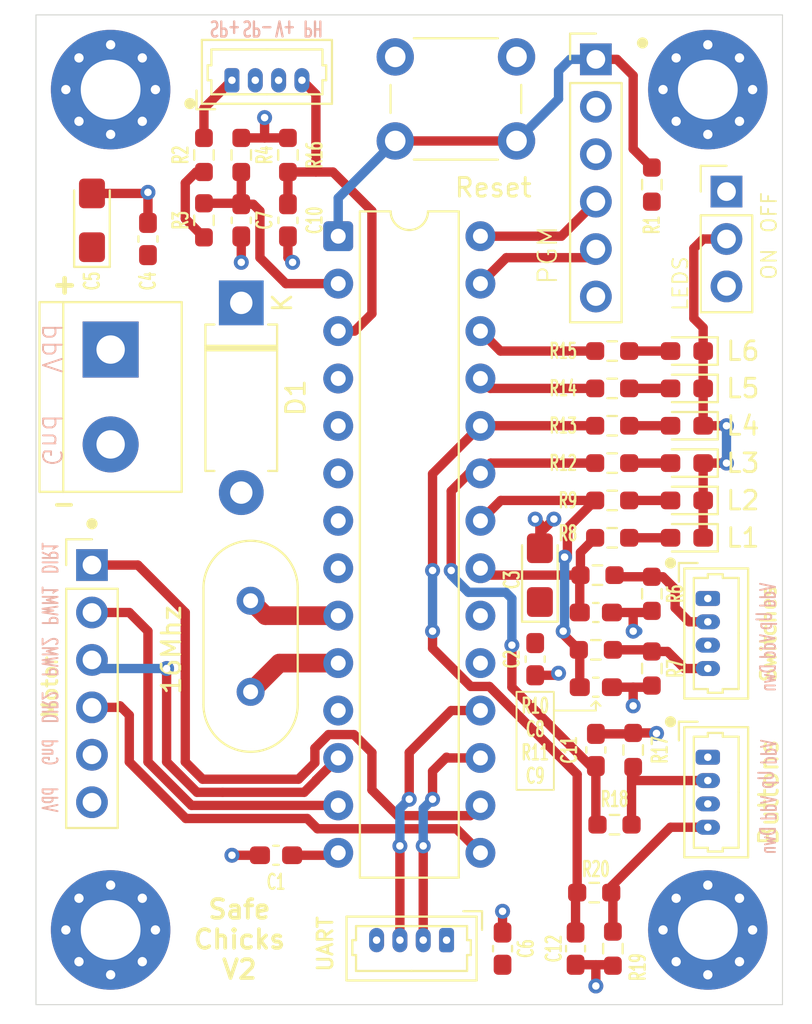
<source format=kicad_pcb>
(kicad_pcb (version 20241229) (generator "pcbnew") (generator_version "9.0")
  (layers (0 "F.Cu" signal) (2 "B.Cu" signal) (13 "F.Paste" user) (15 "B.Paste" user) (5 "F.SilkS" user "F.Silkscreen") (7 "B.SilkS" user "B.Silkscreen") (1 "F.Mask" user) (3 "B.Mask" user) (25 "Edge.Cuts" user))
  (net 0 "")
  (net 1 "GND")
  (net 2 "Net-(U1-VUSB)")
  (net 3 "VDD")
  (net 4 "/SP-ADC")
  (net 5 "/U-SW")
  (net 6 "/B-SW")
  (net 7 "/PH-ADC")
  (net 8 "/MU-BTN")
  (net 9 "/MD-BTN")
  (net 10 "Net-(D2-A)")
  (net 11 "Net-(D2-K)")
  (net 12 "Net-(D3-A)")
  (net 13 "Net-(D4-A)")
  (net 14 "Net-(D5-A)")
  (net 15 "Net-(D6-A)")
  (net 16 "Net-(D7-A)")
  (net 17 "/RESET")
  (net 18 "/PGD")
  (net 19 "/PGC")
  (net 21 "/SER_RX")
  (net 22 "/SER_TX")
  (net 23 "/BTN-DOWN")
  (net 24 "/BTN-UP")
  (net 25 "/PWM2")
  (net 26 "/DIR1")
  (net 27 "/PWM1")
  (net 28 "/DIR2")
  (net 29 "/SP+")
  (net 30 "/SP-")
  (net 31 "/SW-Bottom")
  (net 32 "/SW-Upper")
  (net 34 "Net-(R2-Pad2)")
  (net 35 "/RB4")
  (net 36 "/RB5")
  (net 37 "Net-(U1-OSC1{slash}CLKI)")
  (net 43 "Net-(U1-RA6{slash}OSC2{slash}CLKO)")
  (footprint "LED_SMD:LED_0603_1608Metric_Pad1.05x0.95mm_HandSolder" (layer "F.Cu") (at 62.875 34 180)
    (property "Reference" "L6")
    (property "Value" "LED_Small")
  )
  (footprint "Capacitor_SMD:C_0603_1608Metric_Pad1.08x0.95mm_HandSolder" (layer "F.Cu") (at 58 55.3625 90)
    (property "Reference" "C11")
    (property "Value" "1u")
  )
  (footprint "Button_Switch_THT:SW_PUSH_6mm_H4.3mm" (layer "F.Cu") (at 53.75 22.75 180)
    (property "Reference" "Reset")
    (property "Value" "Reset")
  )
  (footprint "Resistor_SMD:R_0603_1608Metric_Pad0.98x0.95mm_HandSolder" (layer "F.Cu") (at 61 25.0875 -90)
    (property "Reference" "R1")
    (property "Value" "10k")
  )
  (footprint "Capacitor_SMD:C_0603_1608Metric_Pad1.08x0.95mm_HandSolder" (layer "F.Cu") (at 53 66 90)
    (property "Reference" "C6")
    (property "Value" "10n")
  )
  (footprint "Capacitor_SMD:C_0603_1608Metric_Pad1.08x0.95mm_HandSolder" (layer "F.Cu") (at 58 52)
    (property "Reference" "C9")
    (property "Value" "1u")
  )
  (footprint "Capacitor_Tantalum_SMD:CP_EIA-3216-10_Kemet-I_HandSolder" (layer "F.Cu") (at 55 46 90)
    (property "Reference" "C3")
    (property "Value" "1u")
  )
  (footprint "Resistor_SMD:R_0603_1608Metric_Pad0.98x0.95mm_HandSolder" (layer "F.Cu") (at 57.9125 63)
    (property "Reference" "R20")
    (property "Value" "10k")
  )
  (footprint "Capacitor_SMD:C_0603_1608Metric_Pad1.08x0.95mm_HandSolder" (layer "F.Cu") (at 39 27 -90)
    (property "Reference" "C7")
    (property "Value" "10n")
  )
  (footprint "Resistor_SMD:R_0603_1608Metric_Pad0.98x0.95mm_HandSolder" (layer "F.Cu") (at 58.875 38 180)
    (property "Reference" "R13")
    (property "Value" "1k")
  )
  (footprint "Capacitor_SMD:C_0603_1608Metric_Pad1.08x0.95mm_HandSolder" (layer "F.Cu") (at 34 28 90)
    (property "Reference" "C4")
    (property "Value" "100n")
  )
  (footprint "Capacitor_SMD:C_0603_1608Metric_Pad1.08x0.95mm_HandSolder" (layer "F.Cu") (at 58 48)
    (property "Reference" "C8")
    (property "Value" "1u")
  )
  (footprint "MountingHole:MountingHole_3.2mm_M3_Pad_Via" (layer "F.Cu") (at 64 65)
    (property "Reference" "H4" (hide yes))
    (property "Value" "MountingHole")
  )
  (footprint "Resistor_SMD:R_0603_1608Metric_Pad0.98x0.95mm_HandSolder" (layer "F.Cu") (at 58.0875 46)
    (property "Reference" "R10")
    (property "Value" "10k")
  )
  (footprint "Resistor_SMD:R_0603_1608Metric_Pad0.98x0.95mm_HandSolder" (layer "F.Cu") (at 58.9125 66 90)
    (property "Reference" "R19")
    (property "Value" "100k")
  )
  (footprint "Resistor_SMD:R_0603_1608Metric_Pad0.98x0.95mm_HandSolder" (layer "F.Cu") (at 61 47 90)
    (property "Reference" "R6")
    (property "Value" "100k")
  )
  (footprint "Resistor_SMD:R_0603_1608Metric_Pad0.98x0.95mm_HandSolder" (layer "F.Cu") (at 39 23.5 90)
    (property "Reference" "R4")
    (property "Value" "332k")
  )
  (footprint "Capacitor_SMD:C_0603_1608Metric_Pad1.08x0.95mm_HandSolder" (layer "F.Cu") (at 41.5 27 -90)
    (property "Reference" "C10")
    (property "Value" "100n")
  )
  (footprint "Capacitor_Tantalum_SMD:CP_EIA-3216-10_Kemet-I_HandSolder" (layer "F.Cu") (at 31 27 90)
    (property "Reference" "C5")
    (property "Value" "10u")
  )
  (footprint "Connector_PinHeader_2.54mm:PinHeader_1x03_P2.54mm_Vertical" (layer "F.Cu") (at 65 25.46)
    (property "Reference" "J9" (hide yes))
    (property "Value" "LED-Enable")
  )
  (footprint "Connector_PinHeader_2.54mm:PinHeader_1x06_P2.54mm_Vertical" (layer "F.Cu") (at 31 45.46)
    (property "Reference" "Motor")
    (property "Value" "MTR")
  )
  (footprint "Resistor_SMD:R_0603_1608Metric_Pad0.98x0.95mm_HandSolder" (layer "F.Cu") (at 61 51 90)
    (property "Reference" "R7")
    (property "Value" "100k")
  )
  (footprint "Capacitor_SMD:C_0603_1608Metric_Pad1.08x0.95mm_HandSolder" (layer "F.Cu") (at 56.9125 66 -90)
    (property "Reference" "C12")
    (property "Value" "1u")
  )
  (footprint "Connector_Molex:Molex_PicoBlade_53047-0410_1x04_P1.25mm_Vertical" (layer "F.Cu") (at 64 47.25 -90)
    (property "Reference" "Switches")
    (property "Value" "Switches")
  )
  (footprint "Resistor_SMD:R_0603_1608Metric_Pad0.98x0.95mm_HandSolder" (layer "F.Cu") (at 41.5 23.5 -90)
    (property "Reference" "R16")
    (property "Value" "47k")
  )
  (footprint "Resistor_SMD:R_0603_1608Metric_Pad0.98x0.95mm_HandSolder" (layer "F.Cu") (at 59 59.3625)
    (property "Reference" "R18")
    (property "Value" "10k")
  )
  (footprint "Diode_THT:D_DO-15_P10.16mm_Horizontal" (layer "F.Cu") (at 39 31.42 -90)
    (property "Reference" "D1")
    (property "Value" "1007")
  )
  (footprint "MountingHole:MountingHole_3.2mm_M3_Pad_Via" (layer "F.Cu") (at 32 65)
    (property "Reference" "H2" (hide yes))
    (property "Value" "MountingHole")
  )
  (footprint "Resistor_SMD:R_0603_1608Metric_Pad0.98x0.95mm_HandSolder" (layer "F.Cu") (at 58.875 44 180)
    (property "Reference" "R8")
    (property "Value" "1k")
  )
  (footprint "LED_SMD:LED_0603_1608Metric_Pad1.05x0.95mm_HandSolder" (layer "F.Cu") (at 62.875 40 180)
    (property "Reference" "L3")
    (property "Value" "LED_Small")
  )
  (footprint "LED_SMD:LED_0603_1608Metric_Pad1.05x0.95mm_HandSolder" (layer "F.Cu") (at 62.875 38 180)
    (property "Reference" "L4")
    (property "Value" "LED_Small")
  )
  (footprint "Resistor_SMD:R_0603_1608Metric_Pad0.98x0.95mm_HandSolder" (layer "F.Cu") (at 58 50)
    (property "Reference" "R11")
    (property "Value" "10k")
  )
  (footprint "Connector_Molex:Molex_PicoBlade_53047-0410_1x04_P1.25mm_Vertical" (layer "F.Cu") (at 50 65.545 180)
    (property "Reference" "UART")
    (property "Value" "Serial")
  )
  (footprint "Resistor_SMD:R_0603_1608Metric_Pad0.98x0.95mm_HandSolder" (layer "F.Cu") (at 58.875 42 180)
    (property "Reference" "R9")
    (property "Value" "1k")
  )
  (footprint "LED_SMD:LED_0603_1608Metric_Pad1.05x0.95mm_HandSolder" (layer "F.Cu") (at 62.875 44 180)
    (property "Reference" "L1")
    (property "Value" "LED_Small")
  )
  (footprint "Resistor_SMD:R_0603_1608Metric_Pad0.98x0.95mm_HandSolder" (layer "F.Cu") (at 37 23.5 -90)
    (property "Reference" "R2")
    (property "Value" "613k")
  )
  (footprint "LED_SMD:LED_0603_1608Metric_Pad1.05x0.95mm_HandSolder" (layer "F.Cu") (at 62.875 42 180)
    (property "Reference" "L2")
    (property "Value" "LED_Small")
  )
  (footprint "Capacitor_SMD:C_0603_1608Metric_Pad1.08x0.95mm_HandSolder" (layer "F.Cu") (at 54.75 50.5 -90)
    (property "Reference" "C2")
    (property "Value" "100n")
  )
  (footprint "Resistor_SMD:R_0603_1608Metric_Pad0.98x0.95mm_HandSolder" (layer "F.Cu") (at 58.875 40 180)
    (property "Reference" "R12")
    (property "Value" "1k")
  )
  (footprint "Resistor_SMD:R_0603_1608Metric_Pad0.98x0.95mm_HandSolder" (layer "F.Cu") (at 58.875 34 180)
    (property "Reference" "R15")
    (property "Value" "1k")
  )
  (footprint "Resistor_SMD:R_0603_1608Metric_Pad0.98x0.95mm_HandSolder" (layer "F.Cu") (at 60 55.3625 -90)
    (property "Reference" "R17")
    (property "Value" "100k")
  )
  (footprint "Capacitor_SMD:C_0603_1608Metric_Pad1.08x0.95mm_HandSolder" (layer "F.Cu") (at 40.8625 61 180)
    (property "Reference" "C1")
    (property "Value" "100n")
  )
  (footprint "TerminalBlock:TerminalBlock_bornier-2_P5.08mm" (layer "F.Cu") (at 32 33.92 -90)
    (property "Reference" "J1" (hide yes))
    (property "Value" "5V")
  )
  (footprint "Connector_PinHeader_2.54mm:PinHeader_1x06_P2.54mm_Vertical" (layer "F.Cu") (at 58 18.38)
    (property "Reference" "J2" (hide yes))
    (property "Value" "PGM")
  )
  (footprint "Resistor_SMD:R_0603_1608Metric_Pad0.98x0.95mm_HandSolder" (layer "F.Cu") (at 58.875 36 180)
    (property "Reference" "R14")
    (property "Value" "1k")
  )
  (footprint "Connector_Molex:Molex_PicoBlade_53047-0410_1x04_P1.25mm_Vertical" (layer "F.Cu") (at 38.5 19.5)
    (property "Reference" "J6" (hide yes))
    (property "Value" "Sensors")
  )
  (footprint "Crystal:Crystal_HC49-U_Vertical" (layer "F.Cu") (at 39.5 47.37 -90)
    (property "Reference" "16Mhz")
    (property "Value" "16MHz")
  )
  (footprint "MountingHole:MountingHole_3.2mm_M3_Pad_Via" (layer "F.Cu") (at 32 20)
    (property "Reference" "H1" (hide yes))
    (property "Value" "MountingHole")
  )
  (footprint "Resistor_SMD:R_0603_1608Metric_Pad0.98x0.95mm_HandSolder" (layer "F.Cu") (at 37 27 -90)
    (property "Reference" "R3")
    (property "Value" "613k")
  )
  (footprint "Connector_Molex:Molex_PicoBlade_53047-0410_1x04_P1.25mm_Vertical" (layer "F.Cu") (at 64 55.75 -90)
    (property "Reference" "Buttons")
    (property "Value" "Buttons")
  )
  (footprint "Package_DIP:DIP-28_W7.62mm" (layer "F.Cu") (at 44.195 27.85)
    (property "Reference" "U1" (hide yes))
    (property "Value" "PIC18F2550-ISP")
  )
  (footprint "MountingHole:MountingHole_3.2mm_M3_Pad_Via" (layer "F.Cu") (at 64 20)
    (property "Reference" "H3" (hide yes))
    (property "Value" "MountingHole")
  )
  (footprint "LED_SMD:LED_0603_1608Metric_Pad1.05x0.95mm_HandSolder" (layer "F.Cu") (at 62.875 36 180)
    (property "Reference" "L5")
    (property "Value" "LED_Small")
  )
  (gr_line (start 58 52.75) (end 57.75 53) (stroke (width 0.1)) (layer "F.SilkS"))
  (gr_line (start 58 53.25) (end 58 52.75) (stroke (width 0.1)) (layer "F.SilkS"))
  (gr_circle (center 62 53.85) (end 61.75 53.85) (stroke (width 0.1)) (fill yes) (layer "F.SilkS"))
  (gr_circle (center 31 43.25) (end 30.75 43.25) (stroke (width 0.1)) (fill yes) (layer "F.SilkS"))
  (gr_rect (start 53.75 52.25) (end 55.75 57.5) (stroke (width 0.1)) (fill no) (layer "F.SilkS"))
  (gr_circle (center 36.25 20.75) (end 36 20.75) (stroke (width 0.1)) (fill yes) (layer "F.SilkS"))
  (gr_line (start 58 52.75) (end 58.25 53) (stroke (width 0.1)) (layer "F.SilkS"))
  (gr_line (start 55.75 53.25) (end 58 53.25) (stroke (width 0.1)) (layer "F.SilkS"))
  (gr_line (start 58.25 53) (end 58 52.75) (stroke (width 0.1)) (layer "F.SilkS"))
  (gr_circle (center 62 45.35) (end 61.75 45.35) (stroke (width 0.1)) (fill yes) (layer "F.SilkS"))
  (gr_circle (center 60.5 17.5) (end 60.25 17.5) (stroke (width 0.1)) (fill yes) (layer "F.SilkS"))
  (gr_line (start 68 16) (end 68 69) (stroke (width 0.05)) (layer "Edge.Cuts"))
  (gr_line (start 68 69) (end 28 69) (stroke (width 0.05)) (layer "Edge.Cuts"))
  (gr_line (start 28 69) (end 28 16) (stroke (width 0.05)) (layer "Edge.Cuts"))
  (gr_line (start 28 16) (end 68 16) (stroke (width 0.05)) (layer "Edge.Cuts"))
  (gr_text "ON" (at 67.75 30.25 90) (layer "F.SilkS") (effects (font (size 0.8 0.8) (thickness 0.1)) (justify left bottom)))
  (gr_text "Safe\nChicks\nV2" (at 38.9 67.7 0) (layer "F.SilkS") (effects (font (size 1 1) (thickness 0.2) (bold yes)) (justify bottom)))
  (gr_text "LEDS" (at 63 31.92 90) (layer "F.SilkS") (effects (font (size 0.8 0.8) (thickness 0.1)) (justify left bottom)))
  (gr_text "+" (at 28.75 31 0) (layer "F.SilkS") (effects (font (size 1 1) (thickness 0.25) (bold yes)) (justify left bottom)))
  (gr_text "OFF" (at 67.75 27.75 90) (layer "F.SilkS") (effects (font (size 0.8 0.8) (thickness 0.1)) (justify left bottom)))
  (gr_text "-" (at 28.75 42.75 0) (layer "F.SilkS") (effects (font (size 1 1) (thickness 0.2) (bold yes)) (justify left bottom)))
  (gr_text "PGM" (at 56 30.5 90) (layer "F.SilkS") (effects (font (size 1 1) (thickness 0.1)) (justify left bottom)))
  (gr_text "SP-" (at 39 16.25 180) (layer "B.SilkS") (effects (font (size 0.8 0.5) (thickness 0.125)) (justify left bottom mirror)))
  (gr_text "DIR2" (at 28.25 54 270) (layer "B.SilkS") (effects (font (size 0.8 0.5) (thickness 0.1)) (justify left bottom mirror)))
  (gr_text "Vdd" (at 67.7 46.35 90) (layer "B.SilkS") (effects (font (size 0.8 0.5) (thickness 0.1)) (justify left bottom mirror)))
  (gr_text "Dwn" (at 67.7 59.4 90) (layer "B.SilkS") (effects (font (size 0.8 0.5) (thickness 0.1)) (justify left bottom mirror)))
  (gr_text "V+" (at 40.75 16.25 180) (layer "B.SilkS") (effects (font (size 0.8 0.5) (thickness 0.125)) (justify left bottom mirror)))
  (gr_text "Vdd" (at 28.25 58.75 270) (layer "B.SilkS") (effects (font (size 0.8 0.5) (thickness 0.1)) (justify left bottom mirror)))
  (gr_text "Vdd" (at 28.25 35.25 270) (layer "B.SilkS") (effects (font (size 1 1) (thickness 0.1)) (justify left bottom mirror)))
  (gr_text "Up" (at 67.6 56.4 90) (layer "B.SilkS") (effects (font (size 0.8 0.5) (thickness 0.1)) (justify left bottom mirror)))
  (gr_text "Vdd" (at 67.75 57.75 90) (layer "B.SilkS") (effects (font (size 0.8 0.5) (thickness 0.1)) (justify left bottom mirror)))
  (gr_text "SP+" (at 37.25 16.25 180) (layer "B.SilkS") (effects (font (size 0.8 0.5) (thickness 0.125)) (justify left bottom mirror)))
  (gr_text "DIR1" (at 28.25 46 270) (layer "B.SilkS") (effects (font (size 0.8 0.5) (thickness 0.1)) (justify left bottom mirror)))
  (gr_text "Dwn" (at 67.7 50.7 90) (layer "B.SilkS") (effects (font (size 0.8 0.5) (thickness 0.1)) (justify left bottom mirror)))
  (gr_text "PWM1" (at 28.25 48.75 270) (layer "B.SilkS") (effects (font (size 0.8 0.5) (thickness 0.1)) (justify left bottom mirror)))
  (gr_text "Gnd" (at 28.25 40.25 270) (layer "B.SilkS") (effects (font (size 1 1) (thickness 0.1)) (justify left bottom mirror)))
  (gr_text "Up" (at 67.5 47.9 90) (layer "B.SilkS") (effects (font (size 0.8 0.5) (thickness 0.1)) (justify left bottom mirror)))
  (gr_text "PH" (at 42.25 16.25 180) (layer "B.SilkS") (effects (font (size 0.8 0.5) (thickness 0.125)) (justify left bottom mirror)))
  (gr_text "PWM2" (at 28.25 51.5 270) (layer "B.SilkS") (effects (font (size 0.8 0.5) (thickness 0.1)) (justify left bottom mirror)))
  (gr_text "Vdd" (at 67.75 54.75 90) (layer "B.SilkS") (effects (font (size 0.8 0.5) (thickness 0.1)) (justify left bottom mirror)))
  (gr_text "Gnd" (at 28.25 56.25 270) (layer "B.SilkS") (effects (font (size 0.8 0.5) (thickness 0.1)) (justify left bottom mirror)))
  (gr_text "Vdd" (at 67.7 49.1 90) (layer "B.SilkS") (effects (font (size 0.8 0.5) (thickness 0.1)) (justify left bottom mirror)))
  (segment (start 60.9125 52) (end 61 51.9125) (width 0.5) (layer "F.Cu") (net 1))
  (segment (start 55 43.75) (end 55.75 43) (width 0.5) (layer "F.Cu") (net 1))
  (segment (start 55 44.56) (end 55 43.25) (width 0.5) (layer "F.Cu") (net 1))
  (segment (start 40.25 22.5875) (end 40.25 21.5) (width 0.5) (layer "F.Cu") (net 1))
  (segment (start 41.5 27.8625) (end 41.5 29) (width 0.5) (layer "F.Cu") (net 1))
  (segment (start 55.8875 51.3625) (end 56 51.25) (width 0.5) (layer "F.Cu") (net 1))
  (segment (start 60 52) (end 60 53) (width 0.5) (layer "F.Cu") (net 1))
  (segment (start 58.8625 48) (end 60 48) (width 0.5) (layer "F.Cu") (net 1))
  (segment (start 61.225 54.45) (end 61.25 54.475) (width 0.5) (layer "F.Cu") (net 1))
  (segment (start 40 61) (end 38.5 61) (width 0.5) (layer "F.Cu") (net 1))
  (segment (start 56.9125 66.8625) (end 58 66.8625) (width 0.5) (layer "F.Cu") (net 1))
  (segment (start 55 43.25) (end 54.75 43) (width 0.5) (layer "F.Cu") (net 1))
  (segment (start 60.9125 48) (end 61 47.9125) (width 0.5) (layer "F.Cu") (net 1))
  (segment (start 60 48) (end 60 49) (width 0.5) (layer "F.Cu") (net 1))
  (segment (start 58 66.8625) (end 58.8625 66.8625) (width 0.5) (layer "F.Cu") (net 1))
  (segment (start 58.8625 52) (end 60 52) (width 0.5) (layer "F.Cu") (net 1))
  (segment (start 41.5 29) (end 41.75 29.25) (width 0.5) (layer "F.Cu") (net 1))
  (segment (start 58.8625 66.8625) (end 58.9125 66.9125) (width 0.5) (layer "F.Cu") (net 1))
  (segment (start 60 48) (end 60.9125 48) (width 0.5) (layer "F.Cu") (net 1))
  (segment (start 59.95 54.5) (end 60 54.45) (width 0.5) (layer "F.Cu") (net 1))
  (segment (start 54.75 51.3625) (end 55.8875 51.3625) (width 0.5) (layer "F.Cu") (net 1))
  (segment (start 53 65.1375) (end 53 64) (width 0.5) (layer "F.Cu") (net 1))
  (segment (start 34 27.1375) (end 34 25.5) (width 0.5) (layer "F.Cu") (net 1))
  (segment (start 31 25.56) (end 33.94 25.56) (width 0.5) (layer "F.Cu") (net 1))
  (segment (start 60 54.45) (end 61.225 54.45) (width 0.5) (layer "F.Cu") (net 1))
  (segment (start 33.94 25.56) (end 34 25.5) (width 0.5) (layer "F.Cu") (net 1))
  (segment (start 58 54.5) (end 59.95 54.5) (width 0.5) (layer "F.Cu") (net 1))
  (segment (start 55 44.56) (end 55 43.75) (width 0.5) (layer "F.Cu") (net 1))
  (segment (start 58 66.8625) (end 58 68) (width 0.5) (layer "F.Cu") (net 1))
  (segment (start 40.25 22.5875) (end 41.5 22.5875) (width 0.5) (layer "F.Cu") (net 1))
  (segment (start 39 27.8625) (end 39 29.25) (width 0.5) (layer "F.Cu") (net 1))
  (segment (start 60 52) (end 60.9125 52) (width 0.5) (layer "F.Cu") (net 1))
  (segment (start 39 27.8625) (end 39 28) (width 0.5) (layer "F.Cu") (net 1))
  (segment (start 39 22.5875) (end 40.25 22.5875) (width 0.5) (layer "F.Cu") (net 1))
  (via (at 40.25 21.5) (size 0.8) (drill 0.4) (layers "F.Cu" "B.Cu") (net 1))
  (via (at 60 49) (size 0.8) (drill 0.4) (layers "F.Cu" "B.Cu") (net 1))
  (via (at 55.75 43) (size 0.8) (drill 0.4) (layers "F.Cu" "B.Cu") (net 1))
  (via (at 56 51.25) (size 0.8) (drill 0.4) (layers "F.Cu" "B.Cu") (net 1))
  (via (at 41.75 29.25) (size 0.8) (drill 0.4) (layers "F.Cu" "B.Cu") (net 1))
  (via (at 53 64) (size 0.8) (drill 0.4) (layers "F.Cu" "B.Cu") (net 1))
  (via (at 54.75 43) (size 0.8) (drill 0.4) (layers "F.Cu" "B.Cu") (net 1))
  (via (at 61.25 54.475) (size 0.8) (drill 0.4) (layers "F.Cu" "B.Cu") (net 1))
  (via (at 60 53) (size 0.8) (drill 0.4) (layers "F.Cu" "B.Cu") (net 1))
  (via (at 39 29.25) (size 0.8) (drill 0.4) (layers "F.Cu" "B.Cu") (net 1))
  (via (at 34 25.5) (size 0.8) (drill 0.4) (layers "F.Cu" "B.Cu") (net 1))
  (via (at 58 68) (size 0.8) (drill 0.4) (layers "F.Cu" "B.Cu") (net 1))
  (via (at 38.5 61) (size 0.8) (drill 0.4) (layers "F.Cu" "B.Cu") (net 1))
  (segment (start 60 49) (end 60.25 49) (width 0.5) (layer "B.Cu") (net 1))
  (segment (start 41.725 61) (end 44.065 61) (width 0.5) (layer "F.Cu") (net 2))
  (segment (start 44.065 61) (end 44.195 60.87) (width 0.5) (layer "F.Cu") (net 2))
  (segment (start 39 26.1375) (end 39 24.4125) (width 0.5) (layer "F.Cu") (net 4))
  (segment (start 37 26.0875) (end 38.95 26.0875) (width 0.5) (layer "F.Cu") (net 4))
  (segment (start 40 29) (end 41.39 30.39) (width 0.5) (layer "F.Cu") (net 4))
  (segment (start 38.95 26.0875) (end 39 26.1375) (width 0.5) (layer "F.Cu") (net 4))
  (segment (start 39.6375 26.1375) (end 40 26.5) (width 0.5) (layer "F.Cu") (net 4))
  (segment (start 39 26.1375) (end 39.6375 26.1375) (width 0.5) (layer "F.Cu") (net 4))
  (segment (start 40 26.5) (end 40 29) (width 0.5) (layer "F.Cu") (net 4))
  (segment (start 41.39 30.39) (end 44.195 30.39) (width 0.5) (layer "F.Cu") (net 4))
  (segment (start 57.1375 46.0375) (end 57.175 46) (width 0.5) (layer "F.Cu") (net 5))
  (segment (start 52.185 46) (end 51.815 45.63) (width 0.5) (layer "F.Cu") (net 5))
  (segment (start 57.175 46) (end 57.175 44.7875) (width 0.5) (layer "F.Cu") (net 5))
  (segment (start 57.175 44.7875) (end 57.9625 44) (width 0.5) (layer "F.Cu") (net 5))
  (segment (start 57.175 46) (end 52.185 46) (width 0.5) (layer "F.Cu") (net 5))
  (segment (start 57.1375 48) (end 57.1375 46.0375) (width 0.5) (layer "F.Cu") (net 5))
  (segment (start 56.5 44) (end 56.474 44.026) (width 0.5) (layer "F.Cu") (net 6))
  (segment (start 57.1375 50.05) (end 57.0875 50) (width 0.5) (layer "F.Cu") (net 6))
  (segment (start 57.9625 42) (end 56.5 43.4625) (width 0.5) (layer "F.Cu") (net 6))
  (segment (start 57.1375 52) (end 57.1375 50.05) (width 0.5) (layer "F.Cu") (net 6))
  (segment (start 56.359087 45) (end 56.325 45.034087) (width 0.5) (layer "F.Cu") (net 6))
  (segment (start 56.474 45) (end 56.359087 45) (width 0.5) (layer "F.Cu") (net 6))
  (segment (start 56.25 49.1625) (end 57.0875 50) (width 0.5) (layer "F.Cu") (net 6))
  (segment (start 57.9625 42) (end 52.905 42) (width 0.5) (layer "F.Cu") (net 6))
  (segment (start 56.474 44.026) (end 56.474 45) (width 0.5) (layer "F.Cu") (net 6))
  (segment (start 52.905 42) (end 51.815 43.09) (width 0.5) (layer "F.Cu") (net 6))
  (segment (start 56.25 49) (end 56.25 49.1625) (width 0.5) (layer "F.Cu") (net 6))
  (segment (start 56.5 43.4625) (end 56.5 44) (width 0.5) (layer "F.Cu") (net 6))
  (via (at 56.25 49) (size 0.8) (drill 0.4) (layers "F.Cu" "B.Cu") (net 6))
  (via (at 56.325 45.034087) (size 0.8) (drill 0.4) (layers "F.Cu" "B.Cu") (net 6))
  (segment (start 56.325 48.925) (end 56.25 49) (width 0.5) (layer "B.Cu") (net 6))
  (segment (start 56.325 45.034087) (end 56.325 48.925) (width 0.5) (layer "B.Cu") (net 6))
  (segment (start 45.07 32.93) (end 46 32) (width 0.5) (layer "F.Cu") (net 7))
  (segment (start 43 24.4125) (end 41.5 24.4125) (width 0.5) (layer "F.Cu") (net 7))
  (segment (start 46 26.5) (end 43.9125 24.4125) (width 0.5) (layer "F.Cu") (net 7))
  (segment (start 46 32) (end 46 26.5) (width 0.5) (layer "F.Cu") (net 7))
  (segment (start 43.9125 24.4125) (end 43 24.4125) (width 0.5) (layer "F.Cu") (net 7))
  (segment (start 44.195 32.93) (end 45.07 32.93) (width 0.5) (layer "F.Cu") (net 7))
  (segment (start 41.5 24.4125) (end 41.5 26.1375) (width 0.5) (layer "F.Cu") (net 7))
  (segment (start 43 20.25) (end 43 24.4125) (width 0.5) (layer "F.Cu") (net 7))
  (segment (start 43 20.25) (end 42.25 19.5) (width 0.5) (layer "F.Cu") (net 7))
  (segment (start 51.2 40.55) (end 50.25 41.5) (width 0.5) (layer "F.Cu") (net 8))
  (segment (start 57.9625 40) (end 52.365 40) (width 0.5) (layer "F.Cu") (net 8))
  (segment (start 50.25 41.5) (end 50.25 45.75) (width 0.5) (layer "F.Cu") (net 8))
  (segment (start 51.815 40.55) (end 51.2 40.55) (width 0.5) (layer "F.Cu") (net 8))
  (segment (start 53.5 49.75) (end 53.5 52) (width 0.5) (layer "F.Cu") (net 8))
  (segment (start 53.5 52) (end 57.725 56.225) (width 0.5) (layer "F.Cu") (net 8))
  (segment (start 58 59.275) (end 58.0875 59.3625) (width 0.5) (layer "F.Cu") (net 8))
  (segment (start 58 56.225) (end 58 59.275) (width 0.5) (layer "F.Cu") (net 8))
  (segment (start 57.725 56.225) (end 58 56.225) (width 0.5) (layer "F.Cu") (net 8))
  (segment (start 52.365 40) (end 51.815 40.55) (width 0.5) (layer "F.Cu") (net 8))
  (via (at 53.5 49.75) (size 0.8) (drill 0.4) (layers "F.Cu" "B.Cu") (net 8))
  (via (at 50.25 45.75) (size 0.8) (drill 0.4) (layers "F.Cu" "B.Cu") (net 8))
  (segment (start 51.169 46.919) (end 53.169 46.919) (width 0.5) (layer "B.Cu") (net 8))
  (segment (start 53.5 47.25) (end 53.5 49.75) (width 0.5) (layer "B.Cu") (net 8))
  (segment (start 50.25 45.75) (end 50.25 46) (width 0.5) (layer "B.Cu") (net 8))
  (segment (start 53.169 46.919) (end 53.5 47.25) (width 0.5) (layer "B.Cu") (net 8))
  (segment (start 50.25 46) (end 51.169 46.919) (width 0.5) (layer "B.Cu") (net 8))
  (segment (start 51.815 38.01) (end 49.25 40.575) (width 0.5) (layer "F.Cu") (net 9))
  (segment (start 51.296818 51.961) (end 49.25 49.914182) (width 0.5) (layer "F.Cu") (net 9))
  (segment (start 57 63) (end 57 56.665818) (width 0.5) (layer "F.Cu") (net 9))
  (segment (start 52.295182 51.961) (end 51.296818 51.961) (width 0.5) (layer "F.Cu") (net 9))
  (segment (start 56.9125 63.0875) (end 57 63) (width 0.5) (layer "F.Cu") (net 9))
  (segment (start 57.9625 38) (end 51.825 38) (width 0.5) (layer "F.Cu") (net 9))
  (segment (start 57 56.665818) (end 52.295182 51.961) (width 0.5) (layer "F.Cu") (net 9))
  (segment (start 49.25 40.575) (end 49.25 45.75) (width 0.5) (layer "F.Cu") (net 9))
  (segment (start 56.9125 65.1375) (end 56.9125 63.0875) (width 0.5) (layer "F.Cu") (net 9))
  (segment (start 49.25 49.914182) (end 49.25 49) (width 0.5) (layer "F.Cu") (net 9))
  (segment (start 51.825 38) (end 51.815 38.01) (width 0.5) (layer "F.Cu") (net 9))
  (via (at 49.25 45.75) (size 0.8) (drill 0.4) (layers "F.Cu" "B.Cu") (net 9))
  (via (at 49.25 49) (size 0.8) (drill 0.4) (layers "F.Cu" "B.Cu") (net 9))
  (segment (start 49.25 45.75) (end 49.25 49) (width 0.5) (layer "B.Cu") (net 9))
  (segment (start 59.7875 44) (end 62 44) (width 0.5) (layer "F.Cu") (net 10))
  (segment (start 63.25 28.5) (end 63.25 32.25) (width 0.5) (layer "F.Cu") (net 11))
  (segment (start 63.75 38) (end 63.75 36) (width 0.5) (layer "F.Cu") (net 11))
  (segment (start 63.75 36) (end 63.75 34) (width 0.5) (layer "F.Cu") (net 11))
  (segment (start 63.75 32.75) (end 63.75 34) (width 0.5) (layer "F.Cu") (net 11))
  (segment (start 63.25 32.25) (end 63.75 32.75) (width 0.5) (layer "F.Cu") (net 11))
  (segment (start 65 28) (end 63.75 28) (width 0.5) (layer "F.Cu") (net 11))
  (segment (start 63.75 40) (end 65 40) (width 0.5) (layer "F.Cu") (net 11))
  (segment (start 63.75 42) (end 63.75 40) (width 0.5) (layer "F.Cu") (net 11))
  (segment (start 63.75 44) (end 63.75 42) (width 0.5) (layer "F.Cu") (net 11))
  (segment (start 63.75 38) (end 65 38) (width 0.5) (layer "F.Cu") (net 11))
  (segment (start 63.75 28) (end 63.25 28.5) (width 0.5) (layer "F.Cu") (net 11))
  (via (at 65 38) (size 0.8) (drill 0.4) (layers "F.Cu" "B.Cu") (net 11))
  (via (at 65 40) (size 0.8) (drill 0.4) (layers "F.Cu" "B.Cu") (net 11))
  (segment (start 65 38) (end 65 40) (width 0.5) (layer "B.Cu") (net 11))
  (segment (start 59.7875 42) (end 62 42) (width 0.5) (layer "F.Cu") (net 12))
  (segment (start 59.7875 40) (end 62 40) (width 0.5) (layer "F.Cu") (net 13))
  (segment (start 59.7875 38) (end 62 38) (width 0.5) (layer "F.Cu") (net 14))
  (segment (start 59.7875 36) (end 62 36) (width 0.5) (layer "F.Cu") (net 15))
  (segment (start 59.7875 34) (end 62 34) (width 0.5) (layer "F.Cu") (net 16))
  (segment (start 47.25 22.75) (end 53.75 22.75) (width 0.5) (layer "F.Cu") (net 17))
  (segment (start 58 18.38) (end 59.13 18.38) (width 0.5) (layer "F.Cu") (net 17))
  (segment (start 59.13 18.38) (end 60 19.25) (width 0.5) (layer "F.Cu") (net 17))
  (segment (start 60 19.25) (end 60 23.175) (width 0.5) (layer "F.Cu") (net 17))
  (segment (start 60 23.175) (end 61 24.175) (width 0.5) (layer "F.Cu") (net 17))
  (segment (start 56.62 18.38) (end 58 18.38) (width 0.5) (layer "B.Cu") (net 17))
  (segment (start 44.195 25.805) (end 47.25 22.75) (width 0.5) (layer "B.Cu") (net 17))
  (segment (start 56 19) (end 56.62 18.38) (width 0.5) (layer "B.Cu") (net 17))
  (segment (start 53.75 22.75) (end 56 20.5) (width 0.5) (layer "B.Cu") (net 17))
  (segment (start 56 20.5) (end 56 19) (width 0.5) (layer "B.Cu") (net 17))
  (segment (start 44.195 27.85) (end 44.195 25.805) (width 0.5) (layer "B.Cu") (net 17))
  (segment (start 51.815 27.85) (end 56.15 27.85) (width 0.5) (layer "F.Cu") (net 18))
  (segment (start 56.15 27.85) (end 58 26) (width 0.5) (layer "F.Cu") (net 18))
  (segment (start 53.205 29) (end 57.54 29) (width 0.5) (layer "F.Cu") (net 19))
  (segment (start 51.815 30.39) (end 53.205 29) (width 0.5) (layer "F.Cu") (net 19))
  (segment (start 57.54 29) (end 58 28.54) (width 0.5) (layer "F.Cu") (net 19))
  (segment (start 48 58) (end 48 55.5) (width 0.5) (layer "F.Cu") (net 21))
  (segment (start 47.5 65.545) (end 47.5 60.5) (width 0.5) (layer "F.Cu") (net 21))
  (segment (start 50.25 53.25) (end 51.815 53.25) (width 0.5) (layer "F.Cu") (net 21))
  (segment (start 48 55.5) (end 50.25 53.25) (width 0.5) (layer "F.Cu") (net 21))
  (via (at 47.5 60.5) (size 0.8) (drill 0.4) (layers "F.Cu" "B.Cu") (net 21))
  (via (at 48 58) (size 0.8) (drill 0.4) (layers "F.Cu" "B.Cu") (net 21))
  (segment (start 47.5 60.5) (end 47.5 58.5) (width 0.5) (layer "B.Cu") (net 21))
  (segment (start 47.5 58.5) (end 48 58) (width 0.5) (layer "B.Cu") (net 21))
  (segment (start 49.25 56.5) (end 50 55.75) (width 0.5) (layer "F.Cu") (net 22))
  (segment (start 49.25 58) (end 49.25 56.5) (width 0.5) (layer "F.Cu") (net 22))
  (segment (start 50 55.75) (end 50.04 55.79) (width 0.5) (layer "F.Cu") (net 22))
  (segment (start 48.75 65.545) (end 48.75 60.5) (width 0.5) (layer "F.Cu") (net 22))
  (segment (start 50.04 55.79) (end 51.815 55.79) (width 0.5) (layer "F.Cu") (net 22))
  (via (at 48.75 60.5) (size 0.8) (drill 0.4) (layers "F.Cu" "B.Cu") (net 22))
  (via (at 49.25 58) (size 0.8) (drill 0.4) (layers "F.Cu" "B.Cu") (net 22))
  (segment (start 48.75 60.5) (end 48.75 58.5) (width 0.5) (layer "B.Cu") (net 22))
  (segment (start 48.75 58.5) (end 49.25 58) (width 0.5) (layer "B.Cu") (net 22))
  (segment (start 58.825 63) (end 58.825 62.675) (width 0.5) (layer "F.Cu") (net 23))
  (segment (start 58.9125 63.0875) (end 58.825 63) (width 0.5) (layer "F.Cu") (net 23))
  (segment (start 58.9125 65.0875) (end 58.9125 63.0875) (width 0.5) (layer "F.Cu") (net 23))
  (segment (start 58.825 62.675) (end 62 59.5) (width 0.5) (layer "F.Cu") (net 23))
  (segment (start 62 59.5) (end 64 59.5) (width 0.5) (layer "F.Cu") (net 23))
  (segment (start 59.9125 59.3625) (end 59.9125 57) (width 0.5) (layer "F.Cu") (net 24))
  (segment (start 64 57) (end 59.9125 57) (width 0.5) (layer "F.Cu") (net 24))
  (segment (start 59.9125 57) (end 59.9125 56.3625) (width 0.5) (layer "F.Cu") (net 24))
  (segment (start 59.9125 56.3625) (end 60 56.275) (width 0.5) (layer "F.Cu") (net 24))
  (segment (start 38 57.629) (end 36.629 57.629) (width 0.5) (layer "F.Cu") (net 25))
  (segment (start 36.629 57.629) (end 35 56) (width 0.5) (layer "F.Cu") (net 25))
  (segment (start 44.195 55.79) (end 43 56.985) (width 0.5) (layer "F.Cu") (net 25))
  (segment (start 43 57) (end 42.371 57.629) (width 0.5) (layer "F.Cu") (net 25))
  (segment (start 43 56.985) (end 43 57) (width 0.5) (layer "F.Cu") (net 25))
  (segment (start 42.371 57.629) (end 38 57.629) (width 0.5) (layer "F.Cu") (net 25))
  (segment (start 35 56) (end 35 51) (width 0.5) (layer "F.Cu") (net 25))
  (via (at 35 51) (size 0.8) (drill 0.4) (layers "F.Cu" "B.Cu") (net 25))
  (segment (start 35 51) (end 31.46 51) (width 0.5) (layer "B.Cu") (net 25))
  (segment (start 31.46 51) (end 31 50.54) (width 0.5) (layer "B.Cu") (net 25))
  (segment (start 42.944 55.271818) (end 42.944 56.049636) (width 0.5) (layer "F.Cu") (net 26))
  (segment (start 36 56) (end 36 48) (width 0.5) (layer "F.Cu") (net 26))
  (segment (start 45.039 54.539) (end 43.676818 54.539) (width 0.5) (layer "F.Cu") (net 26))
  (segment (start 42.065636 56.928) (end 36.928 56.928) (width 0.5) (layer "F.Cu") (net 26))
  (segment (start 47.38 58.88) (end 46 57.5) (width 0.5) (layer "F.Cu") (net 26))
  (segment (start 36.928 56.928) (end 36 56) (width 0.5) (layer "F.Cu") (net 26))
  (segment (start 46 55.5) (end 45.039 54.539) (width 0.5) (layer "F.Cu") (net 26))
  (segment (start 51.815 58.33) (end 51.265 58.88) (width 0.5) (layer "F.Cu") (net 26))
  (segment (start 51.265 58.88) (end 47.38 58.88) (width 0.5) (layer "F.Cu") (net 26))
  (segment (start 33.46 45.46) (end 31 45.46) (width 0.5) (layer "F.Cu") (net 26))
  (segment (start 36 48) (end 33.46 45.46) (width 0.5) (layer "F.Cu") (net 26))
  (segment (start 46 57.5) (end 46 55.5) (width 0.5) (layer "F.Cu") (net 26))
  (segment (start 43.676818 54.539) (end 42.944 55.271818) (width 0.5) (layer "F.Cu") (net 26))
  (segment (start 42.944 56.049636) (end 42.065636 56.928) (width 0.5) (layer "F.Cu") (net 26))
  (segment (start 44.195 58.33) (end 36.33 58.33) (width 0.5) (layer "F.Cu") (net 27))
  (segment (start 34 56) (end 34 49) (width 0.5) (layer "F.Cu") (net 27))
  (segment (start 36.33 58.33) (end 34 56) (width 0.5) (layer "F.Cu") (net 27))
  (segment (start 33 48) (end 31 48) (width 0.5) (layer "F.Cu") (net 27))
  (segment (start 34 49) (end 33 48) (width 0.5) (layer "F.Cu") (net 27))
  (segment (start 33 53.5) (end 32.5 53) (width 0.5) (layer "F.Cu") (net 28))
  (segment (start 32.42 53.08) (end 31 53.08) (width 0.5) (layer "F.Cu") (net 28))
  (segment (start 33 56) (end 33 53.5) (width 0.5) (layer "F.Cu") (net 28))
  (segment (start 51.815 60.87) (end 50.526 59.581) (width 0.5) (layer "F.Cu") (net 28))
  (segment (start 43.081 59.581) (end 42.531 59.031) (width 0.5) (layer "F.Cu") (net 28))
  (segment (start 32.5 53) (end 32.42 53.08) (width 0.5) (layer "F.Cu") (net 28))
  (segment (start 36.031 59.031) (end 33 56) (width 0.5) (layer "F.Cu") (net 28))
  (segment (start 42.531 59.031) (end 36.031 59.031) (width 0.5) (layer "F.Cu") (net 28))
  (segment (start 50.526 59.581) (end 43.081 59.581) (width 0.5) (layer "F.Cu") (net 28))
  (segment (start 37 22.5875) (end 37 21) (width 0.5) (layer "F.Cu") (net 29))
  (segment (start 37 21) (end 38.5 19.5) (width 0.5) (layer "F.Cu") (net 29))
  (segment (start 62.75 51) (end 64 51) (width 0.5) (layer "F.Cu") (net 31))
  (segment (start 61.8375 50.0875) (end 62.75 51) (width 0.5) (layer "F.Cu") (net 31))
  (segment (start 61 50.0875) (end 61.8375 50.0875) (width 0.5) (layer "F.Cu") (net 31))
  (segment (start 60.9125 50) (end 61 50.0875) (width 0.5) (layer "F.Cu") (net 31))
  (segment (start 58.9125 50) (end 60.9125 50) (width 0.5) (layer "F.Cu") (net 31))
  (segment (start 61.5875 46.0875) (end 61 46.0875) (width 0.5) (layer "F.Cu") (net 32))
  (segment (start 62.25 47.75) (end 62.25 46.75) (width 0.5) (layer "F.Cu") (net 32))
  (segment (start 59.0875 46.0875) (end 59 46) (width 0.5) (layer "F.Cu") (net 32))
  (segment (start 64 48.5) (end 63 48.5) (width 0.5) (layer "F.Cu") (net 32))
  (segment (start 62.25 46.75) (end 61.5875 46.0875) (width 0.5) (layer "F.Cu") (net 32))
  (segment (start 61 46.0875) (end 59.0875 46.0875) (width 0.5) (layer "F.Cu") (net 32))
  (segment (start 63 48.5) (end 62.25 47.75) (width 0.5) (layer "F.Cu") (net 32))
  (segment (start 36.5875 24.4125) (end 37 24.4125) (width 0.5) (layer "F.Cu") (net 34))
  (segment (start 36 26.9125) (end 36 25) (width 0.5) (layer "F.Cu") (net 34))
  (segment (start 37 27.9125) (end 36 26.9125) (width 0.5) (layer "F.Cu") (net 34))
  (segment (start 36 25) (end 36.5875 24.4125) (width 0.5) (layer "F.Cu") (net 34))
  (segment (start 52.345 36) (end 51.815 35.47) (width 0.5) (layer "F.Cu") (net 35))
  (segment (start 57.9625 36) (end 52.345 36) (width 0.5) (layer "F.Cu") (net 35))
  (segment (start 57.9625 34) (end 52.885 34) (width 0.5) (layer "F.Cu") (net 36))
  (segment (start 52.885 34) (end 51.815 32.93) (width 0.5) (layer "F.Cu") (net 36))
  (segment (start 44.195 48.17) (end 40.3 48.17) (width 1) (layer "F.Cu") (net 37))
  (segment (start 40.3 48.17) (end 39.5 47.37) (width 1) (layer "F.Cu") (net 37))
  (segment (start 41.04 50.71) (end 39.5 52.25) (width 1) (layer "F.Cu") (net 43))
  (segment (start 44.195 50.71) (end 41.04 50.71) (width 1) (layer "F.Cu") (net 43))
)
</source>
